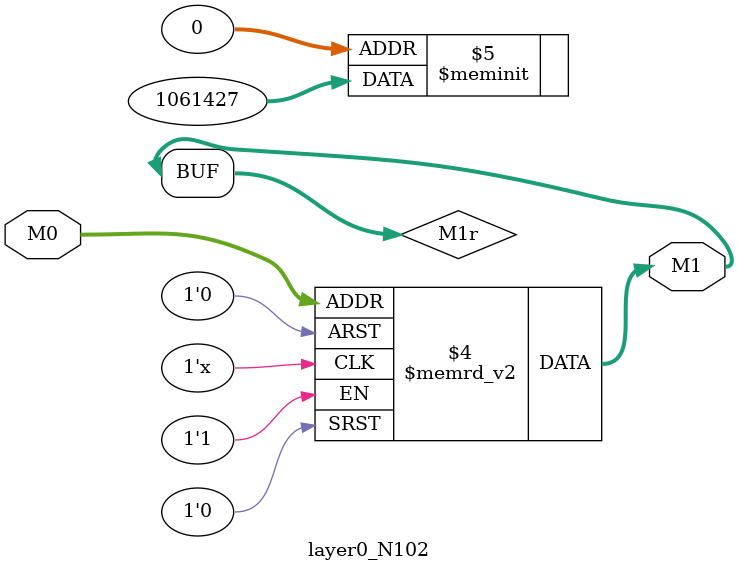
<source format=v>
module layer0_N102 ( input [3:0] M0, output [1:0] M1 );

	(*rom_style = "distributed" *) reg [1:0] M1r;
	assign M1 = M1r;
	always @ (M0) begin
		case (M0)
			4'b0000: M1r = 2'b11;
			4'b1000: M1r = 2'b00;
			4'b0100: M1r = 2'b10;
			4'b1100: M1r = 2'b00;
			4'b0010: M1r = 2'b11;
			4'b1010: M1r = 2'b01;
			4'b0110: M1r = 2'b11;
			4'b1110: M1r = 2'b00;
			4'b0001: M1r = 2'b00;
			4'b1001: M1r = 2'b00;
			4'b0101: M1r = 2'b00;
			4'b1101: M1r = 2'b00;
			4'b0011: M1r = 2'b00;
			4'b1011: M1r = 2'b00;
			4'b0111: M1r = 2'b00;
			4'b1111: M1r = 2'b00;

		endcase
	end
endmodule

</source>
